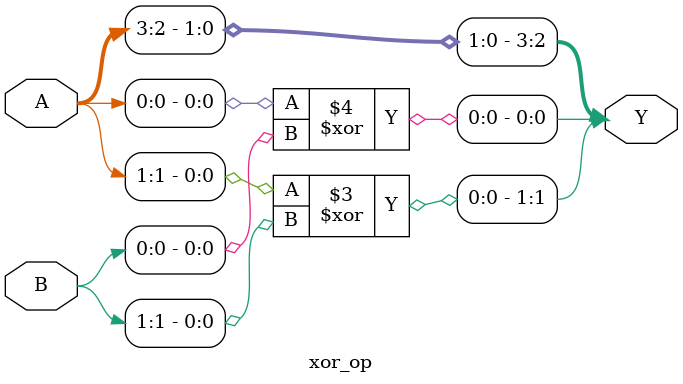
<source format=sv>

module xor_op(
    input  logic [3:0] A,
    input  logic [1:0] B,
    output logic [3:0] Y
);
    assign Y[3] = A[3] ^ 1'b0;
    assign Y[2] = A[2] ^ 1'b0;
    assign Y[1] = A[1] ^ B[1];
    assign Y[0] = A[0] ^ B[0];
endmodule
</source>
